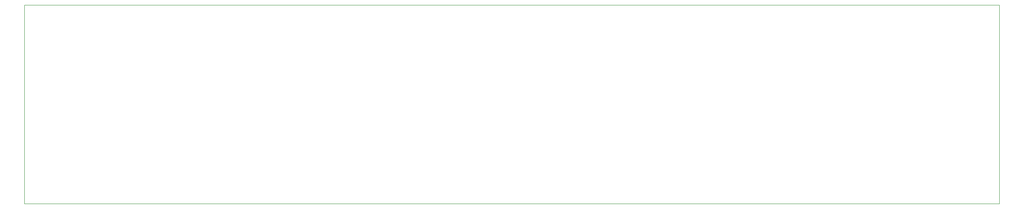
<source format=gko>
G04 #@! TF.FileFunction,Profile,NP*
%FSLAX46Y46*%
G04 Gerber Fmt 4.6, Leading zero omitted, Abs format (unit mm)*
G04 Created by KiCad (PCBNEW 4.0.2-4+6225~38~ubuntu15.04.1-stable) date Sa 05 Mär 2016 01:52:22 CET*
%MOMM*%
G01*
G04 APERTURE LIST*
%ADD10C,0.150000*%
G04 APERTURE END LIST*
D10*
X0Y-81280000D02*
X0Y0D01*
X397256000Y-81280000D02*
X0Y-81280000D01*
X397256000Y0D02*
X397256000Y-81280000D01*
X0Y0D02*
X397256000Y0D01*
X397256000Y-81280000D02*
X397256000Y-79248000D01*
M02*

</source>
